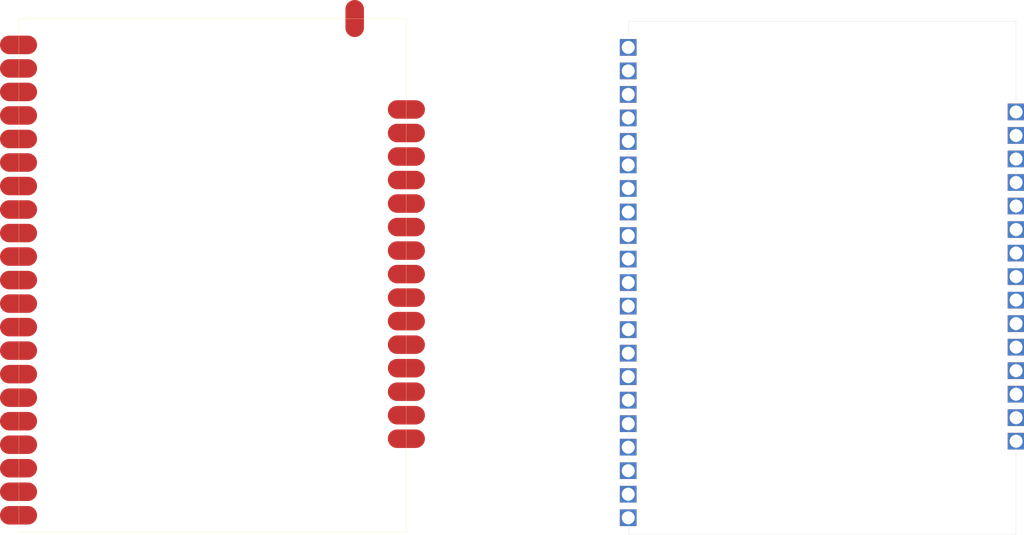
<source format=kicad_pcb>
(kicad_pcb (version 20241229) (generator "pcbnew") (generator_version "9.0")
  (layers (0 "F.Cu" signal "Top Layer") (2 "B.Cu" signal "Bottom Layer") (13 "F.Paste" user "Top Paste Mask Layer") (15 "B.Paste" user "Bottom Paste Mask Layer") (5 "F.SilkS" user "Top Silkscreen Layer") (7 "B.SilkS" user "Bottom Silkscreen Layer") (1 "F.Mask" user "Top Solder Mask Layer") (3 "B.Mask" user "Bottom Solder Mask Layer") (25 "Edge.Cuts" user "Multi-Layer"))
  (net 0 "")
  (net 1 "P1.15")
  (net 2 "P0.29")
  (net 3 "P1.10")
  (net 4 "P1.11")
  (net 5 "P1.12_BS")
  (net 6 "P0.03_BUSY")
  (net 7 "P0.28_RES")
  (net 8 "BUTTON")
  (net 9 "SWDIO")
  (net 10 "SWDCLK")
  (net 11 "REST")
  (net 12 "USB_D-")
  (net 13 "USB_D+")
  (net 14 "VDD3V3")
  (net 15 "VDD_NRF")
  (net 16 "VDDH")
  (net 17 "VBUS")
  (net 18 "GND")
  (net 19 "VBAT")
  (net 20 "S_PWR")
  (net 21 "P1.07")
  (net 22 "P1.05")
  (net 23 "P1.03")
  (net 24 "P0.10")
  (net 25 "P0.09")
  (net 26 "P1.06")
  (net 27 "P1.04")
  (net 28 "P1.02")
  (net 29 "P0.25")
  (net 30 "P0.23")
  (net 31 "P0.21_D/C")
  (net 32 "P0.19_SCLK")
  (net 33 "P0.16")
  (net 34 "P0.20_SDI")
  (net 35 "P0.22_CS")
  (net 36 "P0.22")
  (net 37 "P0.20")
  (net 38 "P0.19")
  (net 39 "P0.21")
  (net 40 "NFC1")
  (net 41 "NFC2")
  (net 42 "P1.12")
  (net 43 "P0.28")
  (net 44 "P0.03")
  (net 45 "P1.13")
  (footprint "ProPrj_T-Echo-Lite-Core_2025-06-05:SPAD___21" (layer "F.Cu") (at 135.6385 105.264 -90)
    (property "Reference" "P0" (hide yes))
    (property "Value" "")
    (pad "1" thru_hole rect (at -12.7 0) (size 0.9 0.9) (drill 0.7) (layers "*.Cu" "*.Mask") (net 45 "P1.13"))
    (pad "2" thru_hole rect (at -11.43 0) (size 0.9 0.9) (drill 0.7) (layers "*.Cu" "*.Mask") (net 1 "P1.15"))
    (pad "3" thru_hole rect (at -10.16 0) (size 0.9 0.9) (drill 0.7) (layers "*.Cu" "*.Mask") (net 2 "P0.29"))
    (pad "4" thru_hole rect (at -8.89 0) (size 0.9 0.9) (drill 0.7) (layers "*.Cu" "*.Mask") (net 3 "P1.10"))
    (pad "5" thru_hole rect (at -7.62 0) (size 0.9 0.9) (drill 0.7) (layers "*.Cu" "*.Mask") (net 4 "P1.11"))
    (pad "6" thru_hole rect (at -6.35 0) (size 0.9 0.9) (drill 0.7) (layers "*.Cu" "*.Mask") (net 42 "P1.12"))
    (pad "7" thru_hole rect (at -5.08 0) (size 0.9 0.9) (drill 0.7) (layers "*.Cu" "*.Mask") (net 44 "P0.03"))
    (pad "8" thru_hole rect (at -3.81 0) (size 0.9 0.9) (drill 0.7) (layers "*.Cu" "*.Mask") (net 43 "P0.28"))
    (pad "9" thru_hole rect (at -2.54 0) (size 0.9 0.9) (drill 0.7) (layers "*.Cu" "*.Mask") (net 8 "BUTTON"))
    (pad "10" thru_hole rect (at -1.27 0) (size 0.9 0.9) (drill 0.7) (layers "*.Cu" "*.Mask") (net 9 "SWDIO"))
    (pad "11" thru_hole rect (at 0 0) (size 0.9 0.9) (drill 0.7) (layers "*.Cu" "*.Mask") (net 10 "SWDCLK"))
    (pad "12" thru_hole rect (at 1.27 0) (size 0.9 0.9) (drill 0.7) (layers "*.Cu" "*.Mask") (net 11 "REST"))
    (pad "13" thru_hole rect (at 2.54 0) (size 0.9 0.9) (drill 0.7) (layers "*.Cu" "*.Mask") (net 12 "USB_D-"))
    (pad "14" thru_hole rect (at 3.81 0) (size 0.9 0.9) (drill 0.7) (layers "*.Cu" "*.Mask") (net 13 "USB_D+"))
    (pad "15" thru_hole rect (at 5.08 0) (size 0.9 0.9) (drill 0.7) (layers "*.Cu" "*.Mask") (net 14 "VDD3V3"))
    (pad "16" thru_hole rect (at 6.35 0) (size 0.9 0.9) (drill 0.7) (layers "*.Cu" "*.Mask") (net 15 "VDD_NRF"))
    (pad "17" thru_hole rect (at 7.62 0) (size 0.9 0.9) (drill 0.7) (layers "*.Cu" "*.Mask") (net 16 "VDDH"))
    (pad "18" thru_hole rect (at 8.89 0) (size 0.9 0.9) (drill 0.7) (layers "*.Cu" "*.Mask") (net 17 "VBUS"))
    (pad "19" thru_hole rect (at 10.16 0) (size 0.9 0.9) (drill 0.7) (layers "*.Cu" "*.Mask") (net 18 "GND"))
    (pad "20" thru_hole rect (at 11.43 0) (size 0.9 0.9) (drill 0.7) (layers "*.Cu" "*.Mask") (net 19 "VBAT"))
    (pad "21" thru_hole rect (at 12.7 0) (size 0.9 0.9) (drill 0.7) (layers "*.Cu" "*.Mask") (net 20 "S_PWR"))
  )
  (footprint "ProPrj_T-Echo-Lite-Core_2025-06-05:SPAD___15" (layer "F.Cu") (at 156.5635 104.941 -90)
    (property "Reference" "P3" (hide yes))
    (property "Value" "")
    (pad "1" thru_hole rect (at -8.89 0) (size 0.9 0.9) (drill 0.7) (layers "*.Cu" "*.Mask") (net 21 "P1.07"))
    (pad "2" thru_hole rect (at -7.62 0) (size 0.9 0.9) (drill 0.7) (layers "*.Cu" "*.Mask") (net 22 "P1.05"))
    (pad "3" thru_hole rect (at -6.35 0) (size 0.9 0.9) (drill 0.7) (layers "*.Cu" "*.Mask") (net 23 "P1.03"))
    (pad "4" thru_hole rect (at -5.08 0) (size 0.9 0.9) (drill 0.7) (layers "*.Cu" "*.Mask") (net 41 "NFC2"))
    (pad "5" thru_hole rect (at -3.81 0) (size 0.9 0.9) (drill 0.7) (layers "*.Cu" "*.Mask") (net 40 "NFC1"))
    (pad "6" thru_hole rect (at -2.54 0) (size 0.9 0.9) (drill 0.7) (layers "*.Cu" "*.Mask") (net 26 "P1.06"))
    (pad "7" thru_hole rect (at -1.27 0) (size 0.9 0.9) (drill 0.7) (layers "*.Cu" "*.Mask") (net 27 "P1.04"))
    (pad "8" thru_hole rect (at 0 0) (size 0.9 0.9) (drill 0.7) (layers "*.Cu" "*.Mask") (net 28 "P1.02"))
    (pad "9" thru_hole rect (at 1.27 0) (size 0.9 0.9) (drill 0.7) (layers "*.Cu" "*.Mask") (net 29 "P0.25"))
    (pad "10" thru_hole rect (at 2.54 0) (size 0.9 0.9) (drill 0.7) (layers "*.Cu" "*.Mask") (net 30 "P0.23"))
    (pad "11" thru_hole rect (at 3.81 0) (size 0.9 0.9) (drill 0.7) (layers "*.Cu" "*.Mask") (net 39 "P0.21"))
    (pad "12" thru_hole rect (at 5.08 0) (size 0.9 0.9) (drill 0.7) (layers "*.Cu" "*.Mask") (net 38 "P0.19"))
    (pad "13" thru_hole rect (at 6.35 0) (size 0.9 0.9) (drill 0.7) (layers "*.Cu" "*.Mask") (net 33 "P0.16"))
    (pad "14" thru_hole rect (at 7.62 0) (size 0.9 0.9) (drill 0.7) (layers "*.Cu" "*.Mask") (net 37 "P0.20"))
    (pad "15" thru_hole rect (at 8.89 0) (size 0.9 0.9) (drill 0.7) (layers "*.Cu" "*.Mask") (net 36 "P0.22"))
  )
  (footprint "ProPrj_T-Echo-Lite-Core_2025-06-05:T_Ech0_lite" (layer "F.Cu") (at 113.208 104.4175)
    (property "Reference" "U?" (hide yes))
    (property "Value" "")
    (fp_line (start -10.4405 -13.405) (end -10.4405 14.33) (stroke (width 0.0125)) (layer "F.SilkS"))
    (fp_line (start -10.4405 -13.405) (end 10.4565 -13.405) (stroke (width 0.0125)) (layer "F.SilkS"))
    (fp_line (start -10.4405 14.33) (end 10.4565 14.33) (stroke (width 0.0125)) (layer "F.SilkS"))
    (fp_line (start 10.4565 14.33) (end 10.4565 -13.405) (stroke (width 0.0125)) (layer "F.SilkS"))
    (pad "1" smd oval (at -10.4625 -11.9875) (size 2 1) (layers "F.Cu" "F.Mask" "F.Paste"))
    (pad "1" smd oval (at 7.6735 -13.4125 90) (size 2 1) (layers "F.Cu" "F.Mask" "F.Paste"))
    (pad "2" smd oval (at -10.4625 -10.7175) (size 2 1) (layers "F.Cu" "F.Mask" "F.Paste") (net 1 "P1.15"))
    (pad "3" smd oval (at -10.4625 -9.4475) (size 2 1) (layers "F.Cu" "F.Mask" "F.Paste") (net 2 "P0.29"))
    (pad "4" smd oval (at -10.4625 -8.1775) (size 2 1) (layers "F.Cu" "F.Mask" "F.Paste") (net 3 "P1.10"))
    (pad "5" smd oval (at -10.4625 -6.9075) (size 2 1) (layers "F.Cu" "F.Mask" "F.Paste") (net 4 "P1.11"))
    (pad "6" smd oval (at -10.4625 -5.6375) (size 2 1) (layers "F.Cu" "F.Mask" "F.Paste") (net 5 "P1.12_BS"))
    (pad "7" smd oval (at -10.4625 -4.3675) (size 2 1) (layers "F.Cu" "F.Mask" "F.Paste") (net 6 "P0.03_BUSY"))
    (pad "8" smd oval (at -10.4625 -3.0975) (size 2 1) (layers "F.Cu" "F.Mask" "F.Paste") (net 7 "P0.28_RES"))
    (pad "9" smd oval (at -10.4625 -1.8275) (size 2 1) (layers "F.Cu" "F.Mask" "F.Paste") (net 8 "BUTTON"))
    (pad "10" smd oval (at -10.4625 -0.5575) (size 2 1) (layers "F.Cu" "F.Mask" "F.Paste") (net 9 "SWDIO"))
    (pad "11" smd oval (at -10.4625 0.7125) (size 2 1) (layers "F.Cu" "F.Mask" "F.Paste") (net 10 "SWDCLK"))
    (pad "12" smd oval (at -10.4625 1.9825) (size 2 1) (layers "F.Cu" "F.Mask" "F.Paste") (net 11 "REST"))
    (pad "13" smd oval (at -10.4625 3.2525) (size 2 1) (layers "F.Cu" "F.Mask" "F.Paste") (net 12 "USB_D-"))
    (pad "14" smd oval (at -10.4625 4.5225) (size 2 1) (layers "F.Cu" "F.Mask" "F.Paste") (net 13 "USB_D+"))
    (pad "15" smd oval (at -10.4625 5.7925) (size 2 1) (layers "F.Cu" "F.Mask" "F.Paste") (net 14 "VDD3V3"))
    (pad "16" smd oval (at -10.4625 7.0625) (size 2 1) (layers "F.Cu" "F.Mask" "F.Paste") (net 15 "VDD_NRF"))
    (pad "17" smd oval (at -10.4625 8.3325) (size 2 1) (layers "F.Cu" "F.Mask" "F.Paste") (net 16 "VDDH"))
    (pad "18" smd oval (at -10.4625 9.6025) (size 2 1) (layers "F.Cu" "F.Mask" "F.Paste") (net 17 "VBUS"))
    (pad "19" smd oval (at -10.4625 10.8725) (size 2 1) (layers "F.Cu" "F.Mask" "F.Paste") (net 18 "GND"))
    (pad "20" smd oval (at -10.4625 12.1425) (size 2 1) (layers "F.Cu" "F.Mask" "F.Paste") (net 19 "VBAT"))
    (pad "21" smd oval (at -10.4625 13.4125) (size 2 1) (layers "F.Cu" "F.Mask" "F.Paste") (net 20 "S_PWR"))
    (pad "22" smd oval (at 10.4625 9.2795) (size 2 1) (layers "F.Cu" "F.Mask" "F.Paste") (net 35 "P0.22_CS"))
    (pad "23" smd oval (at 10.4625 8.0095) (size 2 1) (layers "F.Cu" "F.Mask" "F.Paste") (net 34 "P0.20_SDI"))
    (pad "24" smd oval (at 10.4625 6.7395) (size 2 1) (layers "F.Cu" "F.Mask" "F.Paste") (net 33 "P0.16"))
    (pad "25" smd oval (at 10.4625 5.4695) (size 2 1) (layers "F.Cu" "F.Mask" "F.Paste") (net 32 "P0.19_SCLK"))
    (pad "26" smd oval (at 10.4625 4.1995) (size 2 1) (layers "F.Cu" "F.Mask" "F.Paste") (net 31 "P0.21_D/C"))
    (pad "27" smd oval (at 10.4625 2.9295) (size 2 1) (layers "F.Cu" "F.Mask" "F.Paste") (net 30 "P0.23"))
    (pad "28" smd oval (at 10.4625 1.6595) (size 2 1) (layers "F.Cu" "F.Mask" "F.Paste") (net 29 "P0.25"))
    (pad "29" smd oval (at 10.4625 0.3895) (size 2 1) (layers "F.Cu" "F.Mask" "F.Paste") (net 28 "P1.02"))
    (pad "30" smd oval (at 10.4625 -0.8805) (size 2 1) (layers "F.Cu" "F.Mask" "F.Paste") (net 27 "P1.04"))
    (pad "31" smd oval (at 10.4625 -2.1505) (size 2 1) (layers "F.Cu" "F.Mask" "F.Paste") (net 26 "P1.06"))
    (pad "32" smd oval (at 10.4625 -3.4205) (size 2 1) (layers "F.Cu" "F.Mask" "F.Paste") (net 25 "P0.09"))
    (pad "33" smd oval (at 10.4625 -4.6905) (size 2 1) (layers "F.Cu" "F.Mask" "F.Paste") (net 24 "P0.10"))
    (pad "34" smd oval (at 10.4625 -5.9605) (size 2 1) (layers "F.Cu" "F.Mask" "F.Paste") (net 23 "P1.03"))
    (pad "35" smd oval (at 10.4625 -7.2305) (size 2 1) (layers "F.Cu" "F.Mask" "F.Paste") (net 22 "P1.05"))
    (pad "36" smd oval (at 10.4625 -8.5005) (size 2 1) (layers "F.Cu" "F.Mask" "F.Paste") (net 21 "P1.07"))
  )
  (gr_line (start 156.5575 118.8815) (end 135.6605 118.8815) (stroke (width 0.0125)) (layer "Edge.Cuts"))
  (gr_line (start 135.6605 91.1465) (end 156.5575 91.1465) (stroke (width 0.0125)) (layer "Edge.Cuts"))
  (gr_line (start 135.6605 118.8815) (end 135.6605 91.1465) (stroke (width 0.0125)) (layer "Edge.Cuts"))
  (gr_line (start 156.5575 91.1465) (end 156.5575 118.8815) (stroke (width 0.0125)) (layer "Edge.Cuts"))
)
</source>
